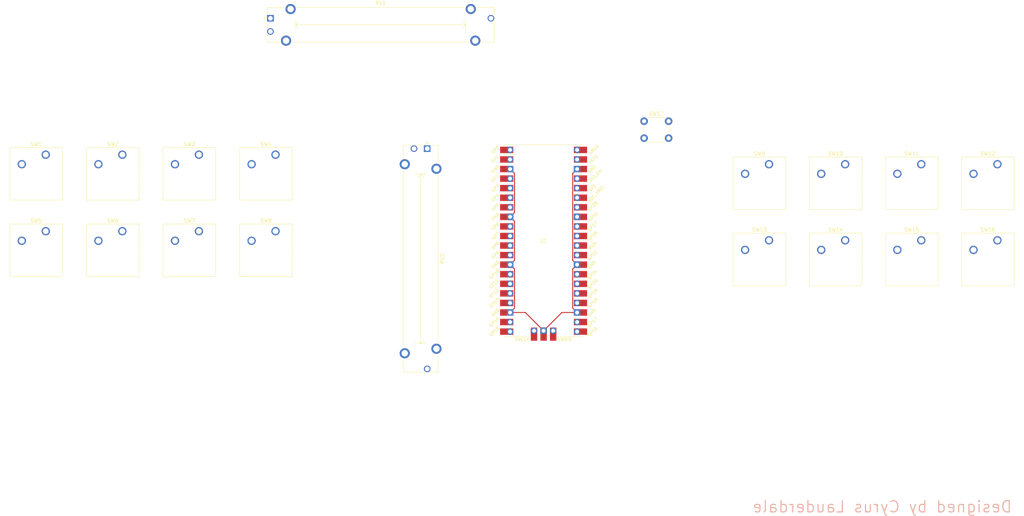
<source format=kicad_pcb>
(kicad_pcb (version 20221018) (generator pcbnew)
  (title_block (title "5431 Button Board") (rev "3"))
  (layers (0 "F.Cu" signal) (31 "B.Cu" signal) (34 "B.Paste" user) (35 "F.Paste" user) (36 "B.SilkS" user "B.Silkscreen") (37 "F.SilkS" user "F.Silkscreen") (38 "B.Mask" user) (39 "F.Mask" user) (44 "Edge.Cuts" user))
  (net 0 "")
  (net 1 "GND")
  (net 2 "Sw4")
  (net 3 "Sw1")
  (net 4 "Sw2")
  (net 5 "Sw3")
  (net 6 "Sw5")
  (net 7 "Sw6")
  (net 8 "Sw7")
  (net 9 "Sw8")
  (net 10 "Sw9")
  (net 11 "Sw10")
  (net 12 "Sw11")
  (net 13 "Sw12")
  (net 14 "Sw13")
  (net 15 "Sw14")
  (net 23 "+3V3")
  (net 24 "Net-(U2-CH0)")
  (net 25 "Reset")
  (net 31 "Net-(U2-CH1)")
  (net 37 "Sw15")
  (net 38 "Sw16")
  (footprint "Button_Switch_Keyboard:SW_Cherry_MX_1.00u_PCB" (layer "F.Cu") (at 85.09 86.36)
    (fp_text reference "SW8" (at -2.54 -2.794) (layer "F.SilkS"))
    (fp_text value "SW_DIP_x01")
    (fp_line (start -9.525 -1.905) (end 4.445 -1.905) (stroke (width 0.12)) (layer "F.SilkS"))
    (fp_line (start -9.525 12.065) (end -9.525 -1.905) (stroke (width 0.12)) (layer "F.SilkS"))
    (fp_line (start 4.445 -1.905) (end 4.445 12.065) (stroke (width 0.12)) (layer "F.SilkS"))
    (fp_line (start 4.445 12.065) (end -9.525 12.065) (stroke (width 0.12)) (layer "F.SilkS"))
    (pad "" np_thru_hole circle (at -7.62 5.08) (size 1.7 1.7) (drill 1.7) (layers "*.Cu" "*.Mask"))
    (pad "" np_thru_hole circle (at -2.54 5.08) (size 4 4) (drill 4) (layers "*.Cu" "*.Mask"))
    (pad "" np_thru_hole circle (at 2.54 5.08) (size 1.7 1.7) (drill 1.7) (layers "*.Cu" "*.Mask"))
    (pad "1" thru_hole circle (at 0 0) (size 2.2 2.2) (drill 1.5) (layers "*.Cu" "*.Mask") (net 1 "GND"))
    (pad "2" thru_hole circle (at -6.35 2.54) (size 2.2 2.2) (drill 1.5) (layers "*.Cu" "*.Mask") (net 9 "Sw8"))
  )
  (footprint "Button_Switch_Keyboard:SW_Cherry_MX_1.00u_PCB" (layer "F.Cu") (at 276.62 68.58)
    (fp_text reference "SW12" (at -2.54 -2.794) (layer "F.SilkS"))
    (fp_text value "SW_DIP_x01")
    (fp_line (start -9.525 -1.905) (end 4.445 -1.905) (stroke (width 0.12)) (layer "F.SilkS"))
    (fp_line (start -9.525 12.065) (end -9.525 -1.905) (stroke (width 0.12)) (layer "F.SilkS"))
    (fp_line (start 4.445 -1.905) (end 4.445 12.065) (stroke (width 0.12)) (layer "F.SilkS"))
    (fp_line (start 4.445 12.065) (end -9.525 12.065) (stroke (width 0.12)) (layer "F.SilkS"))
    (pad "" np_thru_hole circle (at -7.62 5.08) (size 1.7 1.7) (drill 1.7) (layers "*.Cu" "*.Mask"))
    (pad "" np_thru_hole circle (at -2.54 5.08) (size 4 4) (drill 4) (layers "*.Cu" "*.Mask"))
    (pad "" np_thru_hole circle (at 2.54 5.08) (size 1.7 1.7) (drill 1.7) (layers "*.Cu" "*.Mask"))
    (pad "1" thru_hole circle (at 0 0) (size 2.2 2.2) (drill 1.5) (layers "*.Cu" "*.Mask") (net 1 "GND"))
    (pad "2" thru_hole circle (at -6.35 2.54) (size 2.2 2.2) (drill 1.5) (layers "*.Cu" "*.Mask") (net 13 "Sw12"))
  )
  (footprint "Button_Switch_Keyboard:SW_Cherry_MX_1.00u_PCB" (layer "F.Cu") (at 64.77 86.36)
    (fp_text reference "SW7" (at -2.54 -2.794) (layer "F.SilkS"))
    (fp_text value "SW_DIP_x01")
    (fp_line (start -9.525 -1.905) (end 4.445 -1.905) (stroke (width 0.12)) (layer "F.SilkS"))
    (fp_line (start -9.525 12.065) (end -9.525 -1.905) (stroke (width 0.12)) (layer "F.SilkS"))
    (fp_line (start 4.445 -1.905) (end 4.445 12.065) (stroke (width 0.12)) (layer "F.SilkS"))
    (fp_line (start 4.445 12.065) (end -9.525 12.065) (stroke (width 0.12)) (layer "F.SilkS"))
    (pad "" np_thru_hole circle (at -7.62 5.08) (size 1.7 1.7) (drill 1.7) (layers "*.Cu" "*.Mask"))
    (pad "" np_thru_hole circle (at -2.54 5.08) (size 4 4) (drill 4) (layers "*.Cu" "*.Mask"))
    (pad "" np_thru_hole circle (at 2.54 5.08) (size 1.7 1.7) (drill 1.7) (layers "*.Cu" "*.Mask"))
    (pad "1" thru_hole circle (at 0 0) (size 2.2 2.2) (drill 1.5) (layers "*.Cu" "*.Mask") (net 1 "GND"))
    (pad "2" thru_hole circle (at -6.35 2.54) (size 2.2 2.2) (drill 1.5) (layers "*.Cu" "*.Mask") (net 8 "Sw7"))
  )
  (footprint "Button_Switch_Keyboard:SW_Cherry_MX_1.00u_PCB" (layer "F.Cu") (at 256.42 88.78)
    (fp_text reference "SW15" (at -2.54 -2.794) (layer "F.SilkS"))
    (fp_text value "SW_DIP_x01")
    (fp_line (start -9.525 -1.905) (end 4.445 -1.905) (stroke (width 0.12)) (layer "F.SilkS"))
    (fp_line (start -9.525 12.065) (end -9.525 -1.905) (stroke (width 0.12)) (layer "F.SilkS"))
    (fp_line (start 4.445 -1.905) (end 4.445 12.065) (stroke (width 0.12)) (layer "F.SilkS"))
    (fp_line (start 4.445 12.065) (end -9.525 12.065) (stroke (width 0.12)) (layer "F.SilkS"))
    (pad "" np_thru_hole circle (at -7.62 5.08) (size 1.7 1.7) (drill 1.7) (layers "*.Cu" "*.Mask"))
    (pad "" np_thru_hole circle (at -2.54 5.08) (size 4 4) (drill 4) (layers "*.Cu" "*.Mask"))
    (pad "" np_thru_hole circle (at 2.54 5.08) (size 1.7 1.7) (drill 1.7) (layers "*.Cu" "*.Mask"))
    (pad "1" thru_hole circle (at 0 0) (size 2.2 2.2) (drill 1.5) (layers "*.Cu" "*.Mask") (net 1 "GND"))
    (pad "2" thru_hole circle (at -6.35 2.54) (size 2.2 2.2) (drill 1.5) (layers "*.Cu" "*.Mask") (net 37 "Sw15"))
  )
  (footprint "MCU_RaspberryPi_and_Boards:RPi_Pico_SMD_TH" (layer "F.Cu") (at 156.21 88.9)
    (fp_text reference "U1" (at 0 0) (layer "F.SilkS"))
    (fp_text value "Pico")
    (fp_text user "GP12" (at -13.2 13.97 45) (layer "F.SilkS") (effects (font (size 0.8 0.8))))
    (fp_text user "GP17" (at 13.054 21.59 45) (layer "F.SilkS") (effects (font (size 0.8 0.8))))
    (fp_text user "VSYS" (at 13.2 -21.59 45) (layer "F.SilkS") (effects (font (size 0.8 0.8))))
    (fp_text user "GND" (at 12.8 19.05 45) (layer "F.SilkS") (effects (font (size 0.8 0.8))))
    (fp_text user "GP27" (at 13.054 -3.8 45) (layer "F.SilkS") (effects (font (size 0.8 0.8))))
    (fp_text user "GP26" (at 13.054 -1.27 45) (layer "F.SilkS") (effects (font (size 0.8 0.8))))
    (fp_text user "GP13" (at -13.054 16.51 45) (layer "F.SilkS") (effects (font (size 0.8 0.8))))
    (fp_text user "GND" (at -12.8 6.35 45) (layer "F.SilkS") (effects (font (size 0.8 0.8))))
    (fp_text user "ADC_VREF" (at 14 -12.5 45) (layer "F.SilkS") (effects (font (size 0.8 0.8))))
    (fp_text user "GND" (at -12.8 -19.05 45) (layer "F.SilkS") (effects (font (size 0.8 0.8))))
    (fp_text user "GP15" (at -13.054 24.13 45) (layer "F.SilkS") (effects (font (size 0.8 0.8))))
    (fp_text user "GND" (at -12.8 -6.35 45) (layer "F.SilkS") (effects (font (size 0.8 0.8))))
    (fp_text user "GP21" (at 13.054 8.9 45) (layer "F.SilkS") (effects (font (size 0.8 0.8))))
    (fp_text user "GP22" (at 13.054 3.81 45) (layer "F.SilkS") (effects (font (size 0.8 0.8))))
    (fp_text user "GP18" (at 13.054 16.51 45) (layer "F.SilkS") (effects (font (size 0.8 0.8))))
    (fp_text user "GP16" (at 13.054 24.13 45) (layer "F.SilkS") (effects (font (size 0.8 0.8))))
    (fp_text user "GP6" (at -12.8 -3.81 45) (layer "F.SilkS") (effects (font (size 0.8 0.8))))
    (fp_text user "GP20" (at 13.054 11.43 45) (layer "F.SilkS") (effects (font (size 0.8 0.8))))
    (fp_text user "GP1" (at -12.9 -21.6 45) (layer "F.SilkS") (effects (font (size 0.8 0.8))))
    (fp_text user "VBUS" (at 13.3 -24.2 45) (layer "F.SilkS") (effects (font (size 0.8 0.8))))
    (fp_text user "GP19" (at 13.054 13.97 45) (layer "F.SilkS") (effects (font (size 0.8 0.8))))
    (fp_text user "3V3_EN" (at 13.7 -17.2 45) (layer "F.SilkS") (effects (font (size 0.8 0.8))))
    (fp_text user "GP2" (at -12.9 -16.51 45) (layer "F.SilkS") (effects (font (size 0.8 0.8))))
    (fp_text user "GP7" (at -12.7 -1.3 45) (layer "F.SilkS") (effects (font (size 0.8 0.8))))
    (fp_text user "GP28" (at 13.054 -9.144 45) (layer "F.SilkS") (effects (font (size 0.8 0.8))))
    (fp_text user "SWDIO" (at 5.6 26.2) (layer "F.SilkS") (effects (font (size 0.8 0.8))))
    (fp_text user "GP9" (at -12.8 3.81 45) (layer "F.SilkS") (effects (font (size 0.8 0.8))))
    (fp_text user "GP8" (at -12.8 1.27 45) (layer "F.SilkS") (effects (font (size 0.8 0.8))))
    (fp_text user "GP3" (at -12.8 -13.97 45) (layer "F.SilkS") (effects (font (size 0.8 0.8))))
    (fp_text user "GP10" (at -13.054 8.89 45) (layer "F.SilkS") (effects (font (size 0.8 0.8))))
    (fp_text user "GP5" (at -12.8 -8.89 45) (layer "F.SilkS") (effects (font (size 0.8 0.8))))
    (fp_text user "GP11" (at -13.2 11.43 45) (layer "F.SilkS") (effects (font (size 0.8 0.8))))
    (fp_text user "GP14" (at -13.1 21.59 45) (layer "F.SilkS") (effects (font (size 0.8 0.8))))
    (fp_text user "GP0" (at -12.8 -24.13 45) (layer "F.SilkS") (effects (font (size 0.8 0.8))))
    (fp_text user "RUN" (at 13 1.27 45) (layer "F.SilkS") (effects (font (size 0.8 0.8))))
    (fp_text user "GND" (at -12.8 19.05 45) (layer "F.SilkS") (effects (font (size 0.8 0.8))))
    (fp_text user "GND" (at 12.8 6.35 45) (layer "F.SilkS") (effects (font (size 0.8 0.8))))
    (fp_text user "GND" (at 12.8 -19.05 45) (layer "F.SilkS") (effects (font (size 0.8 0.8))))
    (fp_text user "GP4" (at -12.8 -11.43 45) (layer "F.SilkS") (effects (font (size 0.8 0.8))))
    (fp_text user "SWCLK" (at -5.7 26.2) (layer "F.SilkS") (effects (font (size 0.8 0.8))))
    (fp_text user "AGND" (at 13.054 -6.35 45) (layer "F.SilkS") (effects (font (size 0.8 0.8))))
    (fp_text user "3V3" (at 12.9 -13.9 45) (layer "F.SilkS") (effects (font (size 0.8 0.8))))
    (fp_line (start -10.5 -25.5) (end -10.5 -25.2) (stroke (width 0.12)) (layer "F.SilkS"))
    (fp_line (start -10.5 -25.5) (end 10.5 -25.5) (stroke (width 0.12)) (layer "F.SilkS"))
    (fp_line (start -10.5 -23.1) (end -10.5 -22.7) (stroke (width 0.12)) (layer "F.SilkS"))
    (fp_line (start -10.5 -22.833) (end -7.493 -22.833) (stroke (width 0.12)) (layer "F.SilkS"))
    (fp_line (start -10.5 -20.5) (end -10.5 -20.1) (stroke (width 0.12)) (layer "F.SilkS"))
    (fp_line (start -10.5 -18) (end -10.5 -17.6) (stroke (width 0.12)) (layer "F.SilkS"))
    (fp_line (start -10.5 -15.4) (end -10.5 -15) (stroke (width 0.12)) (layer "F.SilkS"))
    (fp_line (start -10.5 -12.9) (end -10.5 -12.5) (stroke (width 0.12)) (layer "F.SilkS"))
    (fp_line (start -10.5 -10.4) (end -10.5 -10) (stroke (width 0.12)) (layer "F.SilkS"))
    (fp_line (start -10.5 -7.8) (end -10.5 -7.4) (stroke (width 0.12)) (layer "F.SilkS"))
    (fp_line (start -10.5 -5.3) (end -10.5 -4.9) (stroke (width 0.12)) (layer "F.SilkS"))
    (fp_line (start -10.5 -2.7) (end -10.5 -2.3) (stroke (width 0.12)) (layer "F.SilkS"))
    (fp_line (start -10.5 -0.2) (end -10.5 0.2) (stroke (width 0.12)) (layer "F.SilkS"))
    (fp_line (start -10.5 2.3) (end -10.5 2.7) (stroke (width 0.12)) (layer "F.SilkS"))
    (fp_line (start -10.5 4.9) (end -10.5 5.3) (stroke (width 0.12)) (layer "F.SilkS"))
    (fp_line (start -10.5 7.4) (end -10.5 7.8) (stroke (width 0.12)) (layer "F.SilkS"))
    (fp_line (start -10.5 10) (end -10.5 10.4) (stroke (width 0.12)) (layer "F.SilkS"))
    (fp_line (start -10.5 12.5) (end -10.5 12.9) (stroke (width 0.12)) (layer "F.SilkS"))
    (fp_line (start -10.5 15.1) (end -10.5 15.5) (stroke (width 0.12)) (layer "F.SilkS"))
    (fp_line (start -10.5 17.6) (end -10.5 18) (stroke (width 0.12)) (layer "F.SilkS"))
    (fp_line (start -10.5 20.1) (end -10.5 20.5) (stroke (width 0.12)) (layer "F.SilkS"))
    (fp_line (start -10.5 22.7) (end -10.5 23.1) (stroke (width 0.12)) (layer "F.SilkS"))
    (fp_line (start -7.493 -22.833) (end -7.493 -25.5) (stroke (width 0.12)) (layer "F.SilkS"))
    (fp_line (start -3.7 25.5) (end -10.5 25.5) (stroke (width 0.12)) (layer "F.SilkS"))
    (fp_line (start -1.5 25.5) (end -1.1 25.5) (stroke (width 0.12)) (layer "F.SilkS"))
    (fp_line (start 1.1 25.5) (end 1.5 25.5) (stroke (width 0.12)) (layer "F.SilkS"))
    (fp_line (start 10.5 -25.5) (end 10.5 -25.2) (stroke (width 0.12)) (layer "F.SilkS"))
    (fp_line (start 10.5 -23.1) (end 10.5 -22.7) (stroke (width 0.12)) (layer "F.SilkS"))
    (fp_line (start 10.5 -20.5) (end 10.5 -20.1) (stroke (width 0.12)) (layer "F.SilkS"))
    (fp_line (start 10.5 -18) (end 10.5 -17.6) (stroke (width 0.12)) (layer "F.SilkS"))
    (fp_line (start 10.5 -15.4) (end 10.5 -15) (stroke (width 0.12)) (layer "F.SilkS"))
    (fp_line (start 10.5 -12.9) (end 10.5 -12.5) (stroke (width 0.12)) (layer "F.SilkS"))
    (fp_line (start 10.5 -10.4) (end 10.5 -10) (stroke (width 0.12)) (layer "F.SilkS"))
    (fp_line (start 10.5 -7.8) (end 10.5 -7.4) (stroke (width 0.12)) (layer "F.SilkS"))
    (fp_line (start 10.5 -5.3) (end 10.5 -4.9) (stroke (width 0.12)) (layer "F.SilkS"))
    (fp_line (start 10.5 -2.7) (end 10.5 -2.3) (stroke (width 0.12)) (layer "F.SilkS"))
    (fp_line (start 10.5 -0.2) (end 10.5 0.2) (stroke (width 0.12)) (layer "F.SilkS"))
    (fp_line (start 10.5 2.3) (end 10.5 2.7) (stroke (width 0.12)) (layer "F.SilkS"))
    (fp_line (start 10.5 4.9) (end 10.5 5.3) (stroke (width 0.12)) (layer "F.SilkS"))
    (fp_line (start 10.5 7.4) (end 10.5 7.8) (stroke (width 0.12)) (layer "F.SilkS"))
    (fp_line (start 10.5 10) (end 10.5 10.4) (stroke (width 0.12)) (layer "F.SilkS"))
    (fp_line (start 10.5 12.5) (end 10.5 12.9) (stroke (width 0.12)) (layer "F.SilkS"))
    (fp_line (start 10.5 15.1) (end 10.5 15.5) (stroke (width 0.12)) (layer "F.SilkS"))
    (fp_line (start 10.5 17.6) (end 10.5 18) (stroke (width 0.12)) (layer "F.SilkS"))
    (fp_line (start 10.5 20.1) (end 10.5 20.5) (stroke (width 0.12)) (layer "F.SilkS"))
    (fp_line (start 10.5 22.7) (end 10.5 23.1) (stroke (width 0.12)) (layer "F.SilkS"))
    (fp_line (start 10.5 25.5) (end 3.7 25.5) (stroke (width 0.12)) (layer "F.SilkS"))
    (pad "" np_thru_hole oval (at -2.725 -24) (size 1.8 1.8) (drill 1.8) (layers "*.Cu" "*.Mask"))
    (pad "" np_thru_hole oval (at -2.425 -20.97) (size 1.5 1.5) (drill 1.5) (layers "*.Cu" "*.Mask"))
    (pad "" np_thru_hole oval (at 2.425 -20.97) (size 1.5 1.5) (drill 1.5) (layers "*.Cu" "*.Mask"))
    (pad "" np_thru_hole oval (at 2.725 -24) (size 1.8 1.8) (drill 1.8) (layers "*.Cu" "*.Mask"))
    (pad "1" thru_hole oval (at -8.89 -24.13) (size 1.7 1.7) (drill 1.02) (layers "*.Cu" "*.Mask") (net 3 "Sw1"))
    (pad "1" smd rect (at -8.89 -24.13) (size 3.5 1.7) (drill (offset -0.9 0)) (layers "F.Cu" "F.Mask") (net 3 "Sw1"))
    (pad "2" thru_hole oval (at -8.89 -21.59) (size 1.7 1.7) (drill 1.02) (layers "*.Cu" "*.Mask") (net 4 "Sw2"))
    (pad "2" smd rect (at -8.89 -21.59) (size 3.5 1.7) (drill (offset -0.9 0)) (layers "F.Cu" "F.Mask") (net 4 "Sw2"))
    (pad "3" thru_hole rect (at -8.89 -19.05) (size 1.7 1.7) (drill 1.02) (layers "*.Cu" "*.Mask") (net 1 "GND"))
    (pad "3" smd rect (at -8.89 -19.05) (size 3.5 1.7) (drill (offset -0.9 0)) (layers "F.Cu" "F.Mask") (net 1 "GND"))
    (pad "4" thru_hole oval (at -8.89 -16.51) (size 1.7 1.7) (drill 1.02) (layers "*.Cu" "*.Mask") (net 5 "Sw3"))
    (pad "4" smd rect (at -8.89 -16.51) (size 3.5 1.7) (drill (offset -0.9 0)) (layers "F.Cu" "F.Mask") (net 5 "Sw3"))
    (pad "5" thru_hole oval (at -8.89 -13.97) (size 1.7 1.7) (drill 1.02) (layers "*.Cu" "*.Mask") (net 2 "Sw4"))
    (pad "5" smd rect (at -8.89 -13.97) (size 3.5 1.7) (drill (offset -0.9 0)) (layers "F.Cu" "F.Mask") (net 2 "Sw4"))
    (pad "6" thru_hole oval (at -8.89 -11.43) (size 1.7 1.7) (drill 1.02) (layers "*.Cu" "*.Mask") (net 6 "Sw5"))
    (pad "6" smd rect (at -8.89 -11.43) (size 3.5 1.7) (drill (offset -0.9 0)) (layers "F.Cu" "F.Mask") (net 6 "Sw5"))
    (pad "7" thru_hole oval (at -8.89 -8.89) (size 1.7 1.7) (drill 1.02) (layers "*.Cu" "*.Mask") (net 7 "Sw6"))
    (pad "7" smd rect (at -8.89 -8.89) (size 3.5 1.7) (drill (offset -0.9 0)) (layers "F.Cu" "F.Mask") (net 7 "Sw6"))
    (pad "8" thru_hole rect (at -8.89 -6.35) (size 1.7 1.7) (drill 1.02) (layers "*.Cu" "*.Mask") (net 1 "GND"))
    (pad "8" smd rect (at -8.89 -6.35) (size 3.5 1.7) (drill (offset -0.9 0)) (layers "F.Cu" "F.Mask") (net 1 "GND"))
    (pad "9" thru_hole oval (at -8.89 -3.81) (size 1.7 1.7) (drill 1.02) (layers "*.Cu" "*.Mask") (net 8 "Sw7"))
    (pad "9" smd rect (at -8.89 -3.81) (size 3.5 1.7) (drill (offset -0.9 0)) (layers "F.Cu" "F.Mask") (net 8 "Sw7"))
    (pad "10" thru_hole oval (at -8.89 -1.27) (size 1.7 1.7) (drill 1.02) (layers "*.Cu" "*.Mask") (net 9 "Sw8"))
    (pad "10" smd rect (at -8.89 -1.27) (size 3.5 1.7) (drill (offset -0.9 0)) (layers "F.Cu" "F.Mask") (net 9 "Sw8"))
    (pad "11" thru_hole oval (at -8.89 1.27) (size 1.7 1.7) (drill 1.02) (layers "*.Cu" "*.Mask"))
    (pad "11" smd rect (at -8.89 1.27) (size 3.5 1.7) (drill (offset -0.9 0)) (layers "F.Cu" "F.Mask"))
    (pad "12" thru_hole oval (at -8.89 3.81) (size 1.7 1.7) (drill 1.02) (layers "*.Cu" "*.Mask"))
    (pad "12" smd rect (at -8.89 3.81) (size 3.5 1.7) (drill (offset -0.9 0)) (layers "F.Cu" "F.Mask"))
    (pad "13" thru_hole rect (at -8.89 6.35) (size 1.7 1.7) (drill 1.02) (layers "*.Cu" "*.Mask") (net 1 "GND"))
    (pad "13" smd rect (at -8.89 6.35) (size 3.5 1.7) (drill (offset -0.9 0)) (layers "F.Cu" "F.Mask") (net 1 "GND"))
    (pad "14" thru_hole oval (at -8.89 8.89) (size 1.7 1.7) (drill 1.02) (layers "*.Cu" "*.Mask"))
    (pad "14" smd rect (at -8.89 8.89) (size 3.5 1.7) (drill (offset -0.9 0)) (layers "F.Cu" "F.Mask"))
    (pad "15" thru_hole oval (at -8.89 11.43) (size 1.7 1.7) (drill 1.02) (layers "*.Cu" "*.Mask"))
    (pad "15" smd rect (at -8.89 11.43) (size 3.5 1.7) (drill (offset -0.9 0)) (layers "F.Cu" "F.Mask"))
    (pad "16" thru_hole oval (at -8.89 13.97) (size 1.7 1.7) (drill 1.02) (layers "*.Cu" "*.Mask"))
    (pad "16" smd rect (at -8.89 13.97) (size 3.5 1.7) (drill (offset -0.9 0)) (layers "F.Cu" "F.Mask"))
    (pad "17" thru_hole oval (at -8.89 16.51) (size 1.7 1.7) (drill 1.02) (layers "*.Cu" "*.Mask"))
    (pad "17" smd rect (at -8.89 16.51) (size 3.5 1.7) (drill (offset -0.9 0)) (layers "F.Cu" "F.Mask"))
    (pad "18" thru_hole rect (at -8.89 19.05) (size 1.7 1.7) (drill 1.02) (layers "*.Cu" "*.Mask") (net 1 "GND"))
    (pad "18" smd rect (at -8.89 19.05) (size 3.5 1.7) (drill (offset -0.9 0)) (layers "F.Cu" "F.Mask") (net 1 "GND"))
    (pad "19" thru_hole oval (at -8.89 21.59) (size 1.7 1.7) (drill 1.02) (layers "*.Cu" "*.Mask"))
    (pad "19" smd rect (at -8.89 21.59) (size 3.5 1.7) (drill (offset -0.9 0)) (layers "F.Cu" "F.Mask"))
    (pad "20" thru_hole oval (at -8.89 24.13) (size 1.7 1.7) (drill 1.02) (layers "*.Cu" "*.Mask") (net 38 "Sw16"))
    (pad "20" smd rect (at -8.89 24.13) (size 3.5 1.7) (drill (offset -0.9 0)) (layers "F.Cu" "F.Mask") (net 38 "Sw16"))
    (pad "21" thru_hole oval (at 8.89 24.13) (size 1.7 1.7) (drill 1.02) (layers "*.Cu" "*.Mask") (net 37 "Sw15"))
    (pad "21" smd rect (at 8.89 24.13) (size 3.5 1.7) (drill (offset 0.9 0)) (layers "F.Cu" "F.Mask") (net 37 "Sw15"))
    (pad "22" thru_hole oval (at 8.89 21.59) (size 1.7 1.7) (drill 1.02) (layers "*.Cu" "*.Mask") (net 15 "Sw14"))
    (pad "22" smd rect (at 8.89 21.59) (size 3.5 1.7) (drill (offset 0.9 0)) (layers "F.Cu" "F.Mask") (net 15 "Sw14"))
    (pad "23" thru_hole rect (at 8.89 19.05) (size 1.7 1.7) (drill 1.02) (layers "*.Cu" "*.Mask") (net 1 "GND"))
    (pad "23" smd rect (at 8.89 19.05) (size 3.5 1.7) (drill (offset 0.9 0)) (layers "F.Cu" "F.Mask") (net 1 "GND"))
    (pad "24" thru_hole oval (at 8.89 16.51) (size 1.7 1.7) (drill 1.02) (layers "*.Cu" "*.Mask") (net 14 "Sw13"))
    (pad "24" smd rect (at 8.89 16.51) (size 3.5 1.7) (drill (offset 0.9 0)) (layers "F.Cu" "F.Mask") (net 14 "Sw13"))
    (pad "25" thru_hole oval (at 8.89 13.97) (size 1.7 1.7) (drill 1.02) (layers "*.Cu" "*.Mask") (net 13 "Sw12"))
    (pad "25" smd rect (at 8.89 13.97) (size 3.5 1.7) (drill (offset 0.9 0)) (layers "F.Cu" "F.Mask") (net 13 "Sw12"))
    (pad "26" thru_hole oval (at 8.89 11.43) (size 1.7 1.7) (drill 1.02) (layers "*.Cu" "*.Mask") (net 12 "Sw11"))
    (pad "26" smd rect (at 8.89 11.43) (size 3.5 1.7) (drill (offset 0.9 0)) (layers "F.Cu" "F.Mask") (net 12 "Sw11"))
    (pad "27" thru_hole oval (at 8.89 8.89) (size 1.7 1.7) (drill 1.02) (layers "*.Cu" "*.Mask") (net 11 "Sw10"))
    (pad "27" smd rect (at 8.89 8.89) (size 3.5 1.7) (drill (offset 0.9 0)) (layers "F.Cu" "F.Mask") (net 11 "Sw10"))
    (pad "28" thru_hole rect (at 8.89 6.35) (size 1.7 1.7) (drill 1.02) (layers "*.Cu" "*.Mask") (net 1 "GND"))
    (pad "28" smd rect (at 8.89 6.35) (size 3.5 1.7) (drill (offset 0.9 0)) (layers "F.Cu" "F.Mask") (net 1 "GND"))
    (pad "29" thru_hole oval (at 8.89 3.81) (size 1.7 1.7) (drill 1.02) (layers "*.Cu" "*.Mask") (net 10 "Sw9"))
    (pad "29" smd rect (at 8.89 3.81) (size 3.5 1.7) (drill (offset 0.9 0)) (layers "F.Cu" "F.Mask") (net 10 "Sw9"))
    (pad "30" thru_hole oval (at 8.89 1.27) (size 1.7 1.7) (drill 1.02) (layers "*.Cu" "*.Mask") (net 25 "Reset"))
    (pad "30" smd rect (at 8.89 1.27) (size 3.5 1.7) (drill (offset 0.9 0)) (layers "F.Cu" "F.Mask") (net 25 "Reset"))
    (pad "31" thru_hole oval (at 8.89 -1.27) (size 1.7 1.7) (drill 1.02) (layers "*.Cu" "*.Mask"))
    (pad "31" smd rect (at 8.89 -1.27) (size 3.5 1.7) (drill (offset 0.9 0)) (layers "F.Cu" "F.Mask"))
    (pad "32" thru_hole oval (at 8.89 -3.81) (size 1.7 1.7) (drill 1.02) (layers "*.Cu" "*.Mask"))
    (pad "32" smd rect (at 8.89 -3.81) (size 3.5 1.7) (drill (offset 0.9 0)) (layers "F.Cu" "F.Mask"))
    (pad "33" thru_hole rect (at 8.89 -6.35) (size 1.7 1.7) (drill 1.02) (layers "*.Cu" "*.Mask"))
    (pad "33" smd rect (at 8.89 -6.35) (size 3.5 1.7) (drill (offset 0.9 0)) (layers "F.Cu" "F.Mask"))
    (pad "34" thru_hole oval (at 8.89 -8.89) (size 1.7 1.7) (drill 1.02) (layers "*.Cu" "*.Mask"))
    (pad "34" smd rect (at 8.89 -8.89) (size 3.5 1.7) (drill (offset 0.9 0)) (layers "F.Cu" "F.Mask"))
    (pad "35" thru_hole oval (at 8.89 -11.43) (size 1.7 1.7) (drill 1.02) (layers "*.Cu" "*.Mask"))
    (pad "35" smd rect (at 8.89 -11.43) (size 3.5 1.7) (drill (offset 0.9 0)) (layers "F.Cu" "F.Mask"))
    (pad "36" thru_hole oval (at 8.89 -13.97) (size 1.7 1.7) (drill 1.02) (layers "*.Cu" "*.Mask") (net 23 "+3V3"))
    (pad "36" smd rect (at 8.89 -13.97) (size 3.5 1.7) (drill (offset 0.9 0)) (layers "F.Cu" "F.Mask") (net 23 "+3V3"))
    (pad "37" thru_hole oval (at 8.89 -16.51) (size 1.7 1.7) (drill 1.02) (layers "*.Cu" "*.Mask"))
    (pad "37" smd rect (at 8.89 -16.51) (size 3.5 1.7) (drill (offset 0.9 0)) (layers "F.Cu" "F.Mask"))
    (pad "38" thru_hole rect (at 8.89 -19.05) (size 1.7 1.7) (drill 1.02) (layers "*.Cu" "*.Mask") (net 1 "GND"))
    (pad "38" smd rect (at 8.89 -19.05) (size 3.5 1.7) (drill (offset 0.9 0)) (layers "F.Cu" "F.Mask") (net 1 "GND"))
    (pad "39" thru_hole oval (at 8.89 -21.59) (size 1.7 1.7) (drill 1.02) (layers "*.Cu" "*.Mask"))
    (pad "39" smd rect (at 8.89 -21.59) (size 3.5 1.7) (drill (offset 0.9 0)) (layers "F.Cu" "F.Mask"))
    (pad "40" thru_hole oval (at 8.89 -24.13) (size 1.7 1.7) (drill 1.02) (layers "*.Cu" "*.Mask"))
    (pad "40" smd rect (at 8.89 -24.13) (size 3.5 1.7) (drill (offset 0.9 0)) (layers "F.Cu" "F.Mask"))
    (pad "41" thru_hole oval (at -2.54 23.9) (size 1.7 1.7) (drill 1.02) (layers "*.Cu" "*.Mask"))
    (pad "41" smd rect (at -2.54 23.9 90) (size 3.5 1.7) (drill (offset -0.9 0)) (layers "F.Cu" "F.Mask"))
    (pad "42" thru_hole rect (at 0 23.9) (size 1.7 1.7) (drill 1.02) (layers "*.Cu" "*.Mask") (net 1 "GND"))
    (pad "42" smd rect (at 0 23.9 90) (size 3.5 1.7) (drill (offset -0.9 0)) (layers "F.Cu" "F.Mask") (net 1 "GND"))
    (pad "43" thru_hole oval (at 2.54 23.9) (size 1.7 1.7) (drill 1.02) (layers "*.Cu" "*.Mask"))
    (pad "43" smd rect (at 2.54 23.9 90) (size 3.5 1.7) (drill (offset -0.9 0)) (layers "F.Cu" "F.Mask"))
  )
  (footprint "Potentiometer_THT:Potentiometer_Bourns_PTA4543_Single_Slide" (layer "F.Cu") (at 83.74 29.81)
    (fp_text reference "RV1" (at 29.25 -4) (layer "F.SilkS"))
    (fp_text value "R_Potentiometer_US")
    (fp_line (start -1.675 -0.5) (end -1.675 0.5) (stroke (width 0.12)) (layer "F.SilkS"))
    (fp_line (start -1.675 0.5) (end -1.175 0) (stroke (width 0.12)) (layer "F.SilkS"))
    (fp_line (start -1.175 0) (end -1.675 -0.5) (stroke (width 0.12)) (layer "F.SilkS"))
    (fp_line (start -0.87 -2.87) (end -0.87 -1.175) (stroke (width 0.12)) (layer "F.SilkS"))
    (fp_line (start -0.87 -2.87) (end 3.715 -2.87) (stroke (width 0.12)) (layer "F.SilkS"))
    (fp_line (start -0.87 1.175) (end -0.87 2.678) (stroke (width 0.12)) (layer "F.SilkS"))
    (fp_line (start -0.87 4.323) (end -0.87 6.37) (stroke (width 0.12)) (layer "F.SilkS"))
    (fp_line (start -0.87 6.37) (end 2.515 6.37) (stroke (width 0.12)) (layer "F.SilkS"))
    (fp_line (start 5.786 6.37) (end 52.715 6.37) (stroke (width 0.12)) (layer "F.SilkS"))
    (fp_line (start 6.75 0.25) (end 6.75 3.25) (stroke (width 0.12)) (layer "F.SilkS"))
    (fp_line (start 6.75 1.75) (end 7.5 2.5) (stroke (width 0.12)) (layer "F.SilkS"))
    (fp_line (start 6.75 1.75) (end 51.75 1.75) (stroke (width 0.12)) (layer "F.SilkS"))
    (fp_line (start 6.986 -2.87) (end 51.515 -2.87) (stroke (width 0.12)) (layer "F.SilkS"))
    (fp_line (start 7.5 1) (end 6.75 1.75) (stroke (width 0.12)) (layer "F.SilkS"))
    (fp_line (start 51 1) (end 51.75 1.75) (stroke (width 0.12)) (layer "F.SilkS"))
    (fp_line (start 51.75 0.25) (end 51.75 3.25) (stroke (width 0.12)) (layer "F.SilkS"))
    (fp_line (start 51.75 1.75) (end 51 2.5) (stroke (width 0.12)) (layer "F.SilkS"))
    (fp_line (start 54.786 -2.87) (end 59.37 -2.87) (stroke (width 0.12)) (layer "F.SilkS"))
    (fp_line (start 55.986 6.37) (end 59.37 6.37) (stroke (width 0.12)) (layer "F.SilkS"))
    (fp_line (start 59.37 -2.87) (end 59.37 -0.823) (stroke (width 0.12)) (layer "F.SilkS"))
    (fp_line (start 59.37 0.823) (end 59.37 6.37) (stroke (width 0.12)) (layer "F.SilkS"))
    (pad "1" thru_hole rect (at 0 0) (size 1.75 1.75) (drill 1.2) (layers "*.Cu" "*.Mask") (net 23 "+3V3"))
    (pad "2" thru_hole circle (at 0 3.5) (size 1.75 1.75) (drill 1.2) (layers "*.Cu" "*.Mask") (net 24 "Net-(U2-CH0)"))
    (pad "3" thru_hole circle (at 58.5 0) (size 1.75 1.75) (drill 1.2) (layers "*.Cu" "*.Mask") (net 1 "GND"))
    (pad "MP" thru_hole circle (at 4.15 5.95) (size 2.7 2.7) (drill 1.7) (layers "*.Cu" "*.Mask"))
    (pad "MP" thru_hole circle (at 5.35 -2.45) (size 2.7 2.7) (drill 1.7) (layers "*.Cu" "*.Mask"))
    (pad "MP" thru_hole circle (at 53.15 -2.45) (size 2.7 2.7) (drill 1.7) (layers "*.Cu" "*.Mask"))
    (pad "MP" thru_hole circle (at 54.35 5.95) (size 2.7 2.7) (drill 1.7) (layers "*.Cu" "*.Mask"))
  )
  (footprint "Button_Switch_THT:SW_PUSH_6mm" (layer "F.Cu") (at 182.88 57.15)
    (fp_text reference "SW17" (at 3.25 -2) (layer "F.SilkS"))
    (fp_text value "SW_DIP_x01")
    (fp_line (start -0.25 1.5) (end -0.25 3) (stroke (width 0.12)) (layer "F.SilkS"))
    (fp_line (start 1 5.5) (end 5.5 5.5) (stroke (width 0.12)) (layer "F.SilkS"))
    (fp_line (start 5.5 -1) (end 1 -1) (stroke (width 0.12)) (layer "F.SilkS"))
    (fp_line (start 6.75 3) (end 6.75 1.5) (stroke (width 0.12)) (layer "F.SilkS"))
    (pad "1" thru_hole circle (at 0 0 90) (size 2 2) (drill 1.1) (layers "*.Cu" "*.Mask") (net 1 "GND"))
    (pad "1" thru_hole circle (at 6.5 0 90) (size 2 2) (drill 1.1) (layers "*.Cu" "*.Mask") (net 1 "GND"))
    (pad "2" thru_hole circle (at 0 4.5 90) (size 2 2) (drill 1.1) (layers "*.Cu" "*.Mask") (net 25 "Reset"))
    (pad "2" thru_hole circle (at 6.5 4.5 90) (size 2 2) (drill 1.1) (layers "*.Cu" "*.Mask") (net 25 "Reset"))
  )
  (footprint "Button_Switch_Keyboard:SW_Cherry_MX_1.00u_PCB" (layer "F.Cu") (at 236.22 88.78)
    (fp_text reference "SW14" (at -2.54 -2.794) (layer "F.SilkS"))
    (fp_text value "SW_DIP_x01")
    (fp_line (start -9.525 -1.905) (end 4.445 -1.905) (stroke (width 0.12)) (layer "F.SilkS"))
    (fp_line (start -9.525 12.065) (end -9.525 -1.905) (stroke (width 0.12)) (layer "F.SilkS"))
    (fp_line (start 4.445 -1.905) (end 4.445 12.065) (stroke (width 0.12)) (layer "F.SilkS"))
    (fp_line (start 4.445 12.065) (end -9.525 12.065) (stroke (width 0.12)) (layer "F.SilkS"))
    (pad "" np_thru_hole circle (at -7.62 5.08) (size 1.7 1.7) (drill 1.7) (layers "*.Cu" "*.Mask"))
    (pad "" np_thru_hole circle (at -2.54 5.08) (size 4 4) (drill 4) (layers "*.Cu" "*.Mask"))
    (pad "" np_thru_hole circle (at 2.54 5.08) (size 1.7 1.7) (drill 1.7) (layers "*.Cu" "*.Mask"))
    (pad "1" thru_hole circle (at 0 0) (size 2.2 2.2) (drill 1.5) (layers "*.Cu" "*.Mask") (net 1 "GND"))
    (pad "2" thru_hole circle (at -6.35 2.54) (size 2.2 2.2) (drill 1.5) (layers "*.Cu" "*.Mask") (net 15 "Sw14"))
  )
  (footprint "Potentiometer_THT:Potentiometer_Bourns_PTA4543_Single_Slide" (layer "F.Cu") (at 125.33 64.43 -90)
    (fp_text reference "RV2" (at 29.25 -4 90) (layer "F.SilkS"))
    (fp_text value "R_Potentiometer_US")
    (fp_line (start -1.675 -0.5) (end -1.675 0.5) (stroke (width 0.12)) (layer "F.SilkS"))
    (fp_line (start -1.675 0.5) (end -1.175 0) (stroke (width 0.12)) (layer "F.SilkS"))
    (fp_line (start -1.175 0) (end -1.675 -0.5) (stroke (width 0.12)) (layer "F.SilkS"))
    (fp_line (start -0.87 -2.87) (end -0.87 -1.175) (stroke (width 0.12)) (layer "F.SilkS"))
    (fp_line (start -0.87 -2.87) (end 3.715 -2.87) (stroke (width 0.12)) (layer "F.SilkS"))
    (fp_line (start -0.87 1.175) (end -0.87 2.678) (stroke (width 0.12)) (layer "F.SilkS"))
    (fp_line (start -0.87 4.323) (end -0.87 6.37) (stroke (width 0.12)) (layer "F.SilkS"))
    (fp_line (start -0.87 6.37) (end 2.515 6.37) (stroke (width 0.12)) (layer "F.SilkS"))
    (fp_line (start 5.786 6.37) (end 52.715 6.37) (stroke (width 0.12)) (layer "F.SilkS"))
    (fp_line (start 6.75 0.25) (end 6.75 3.25) (stroke (width 0.12)) (layer "F.SilkS"))
    (fp_line (start 6.75 1.75) (end 7.5 2.5) (stroke (width 0.12)) (layer "F.SilkS"))
    (fp_line (start 6.75 1.75) (end 51.75 1.75) (stroke (width 0.12)) (layer "F.SilkS"))
    (fp_line (start 6.986 -2.87) (end 51.515 -2.87) (stroke (width 0.12)) (layer "F.SilkS"))
    (fp_line (start 7.5 1) (end 6.75 1.75) (stroke (width 0.12)) (layer "F.SilkS"))
    (fp_line (start 51 1) (end 51.75 1.75) (stroke (width 0.12)) (layer "F.SilkS"))
    (fp_line (start 51.75 0.25) (end 51.75 3.25) (stroke (width 0.12)) (layer "F.SilkS"))
    (fp_line (start 51.75 1.75) (end 51 2.5) (stroke (width 0.12)) (layer "F.SilkS"))
    (fp_line (start 54.786 -2.87) (end 59.37 -2.87) (stroke (width 0.12)) (layer "F.SilkS"))
    (fp_line (start 55.986 6.37) (end 59.37 6.37) (stroke (width 0.12)) (layer "F.SilkS"))
    (fp_line (start 59.37 -2.87) (end 59.37 -0.823) (stroke (width 0.12)) (layer "F.SilkS"))
    (fp_line (start 59.37 0.823) (end 59.37 6.37) (stroke (width 0.12)) (layer "F.SilkS"))
    (pad "1" thru_hole rect (at 0 0 270) (size 1.75 1.75) (drill 1.2) (layers "*.Cu" "*.Mask") (net 23 "+3V3"))
    (pad "2" thru_hole circle (at 0 3.5 270) (size 1.75 1.75) (drill 1.2) (layers "*.Cu" "*.Mask") (net 31 "Net-(U2-CH1)"))
    (pad "3" thru_hole circle (at 58.5 0 270) (size 1.75 1.75) (drill 1.2) (layers "*.Cu" "*.Mask") (net 1 "GND"))
    (pad "MP" thru_hole circle (at 4.15 5.95 270) (size 2.7 2.7) (drill 1.7) (layers "*.Cu" "*.Mask"))
    (pad "MP" thru_hole circle (at 5.35 -2.45 270) (size 2.7 2.7) (drill 1.7) (layers "*.Cu" "*.Mask"))
    (pad "MP" thru_hole circle (at 53.15 -2.45 270) (size 2.7 2.7) (drill 1.7) (layers "*.Cu" "*.Mask"))
    (pad "MP" thru_hole circle (at 54.35 5.95 270) (size 2.7 2.7) (drill 1.7) (layers "*.Cu" "*.Mask"))
  )
  (footprint "Button_Switch_Keyboard:SW_Cherry_MX_1.00u_PCB" (layer "F.Cu") (at 236.22 68.58)
    (fp_text reference "SW10" (at -2.54 -2.794) (layer "F.SilkS"))
    (fp_text value "SW_DIP_x01")
    (fp_line (start -9.525 -1.905) (end 4.445 -1.905) (stroke (width 0.12)) (layer "F.SilkS"))
    (fp_line (start -9.525 12.065) (end -9.525 -1.905) (stroke (width 0.12)) (layer "F.SilkS"))
    (fp_line (start 4.445 -1.905) (end 4.445 12.065) (stroke (width 0.12)) (layer "F.SilkS"))
    (fp_line (start 4.445 12.065) (end -9.525 12.065) (stroke (width 0.12)) (layer "F.SilkS"))
    (pad "" np_thru_hole circle (at -7.62 5.08) (size 1.7 1.7) (drill 1.7) (layers "*.Cu" "*.Mask"))
    (pad "" np_thru_hole circle (at -2.54 5.08) (size 4 4) (drill 4) (layers "*.Cu" "*.Mask"))
    (pad "" np_thru_hole circle (at 2.54 5.08) (size 1.7 1.7) (drill 1.7) (layers "*.Cu" "*.Mask"))
    (pad "1" thru_hole circle (at 0 0) (size 2.2 2.2) (drill 1.5) (layers "*.Cu" "*.Mask") (net 1 "GND"))
    (pad "2" thru_hole circle (at -6.35 2.54) (size 2.2 2.2) (drill 1.5) (layers "*.Cu" "*.Mask") (net 11 "Sw10"))
  )
  (footprint "Button_Switch_Keyboard:SW_Cherry_MX_1.00u_PCB" (layer "F.Cu") (at 64.77 66.04)
    (fp_text reference "SW3" (at -2.54 -2.794) (layer "F.SilkS"))
    (fp_text value "SW_DIP_x01")
    (fp_line (start -9.525 -1.905) (end 4.445 -1.905) (stroke (width 0.12)) (layer "F.SilkS"))
    (fp_line (start -9.525 12.065) (end -9.525 -1.905) (stroke (width 0.12)) (layer "F.SilkS"))
    (fp_line (start 4.445 -1.905) (end 4.445 12.065) (stroke (width 0.12)) (layer "F.SilkS"))
    (fp_line (start 4.445 12.065) (end -9.525 12.065) (stroke (width 0.12)) (layer "F.SilkS"))
    (pad "" np_thru_hole circle (at -7.62 5.08) (size 1.7 1.7) (drill 1.7) (layers "*.Cu" "*.Mask"))
    (pad "" np_thru_hole circle (at -2.54 5.08) (size 4 4) (drill 4) (layers "*.Cu" "*.Mask"))
    (pad "" np_thru_hole circle (at 2.54 5.08) (size 1.7 1.7) (drill 1.7) (layers "*.Cu" "*.Mask"))
    (pad "1" thru_hole circle (at 0 0) (size 2.2 2.2) (drill 1.5) (layers "*.Cu" "*.Mask") (net 1 "GND"))
    (pad "2" thru_hole circle (at -6.35 2.54) (size 2.2 2.2) (drill 1.5) (layers "*.Cu" "*.Mask") (net 5 "Sw3"))
  )
  (footprint "Button_Switch_Keyboard:SW_Cherry_MX_1.00u_PCB" (layer "F.Cu") (at 24.13 86.36)
    (fp_text reference "SW5" (at -2.54 -2.794) (layer "F.SilkS"))
    (fp_text value "SW_DIP_x01")
    (fp_line (start -9.525 -1.905) (end 4.445 -1.905) (stroke (width 0.12)) (layer "F.SilkS"))
    (fp_line (start -9.525 12.065) (end -9.525 -1.905) (stroke (width 0.12)) (layer "F.SilkS"))
    (fp_line (start 4.445 -1.905) (end 4.445 12.065) (stroke (width 0.12)) (layer "F.SilkS"))
    (fp_line (start 4.445 12.065) (end -9.525 12.065) (stroke (width 0.12)) (layer "F.SilkS"))
    (pad "" np_thru_hole circle (at -7.62 5.08) (size 1.7 1.7) (drill 1.7) (layers "*.Cu" "*.Mask"))
    (pad "" np_thru_hole circle (at -2.54 5.08) (size 4 4) (drill 4) (layers "*.Cu" "*.Mask"))
    (pad "" np_thru_hole circle (at 2.54 5.08) (size 1.7 1.7) (drill 1.7) (layers "*.Cu" "*.Mask"))
    (pad "1" thru_hole circle (at 0 0) (size 2.2 2.2) (drill 1.5) (layers "*.Cu" "*.Mask") (net 1 "GND"))
    (pad "2" thru_hole circle (at -6.35 2.54) (size 2.2 2.2) (drill 1.5) (layers "*.Cu" "*.Mask") (net 6 "Sw5"))
  )
  (footprint "Button_Switch_Keyboard:SW_Cherry_MX_1.00u_PCB" (layer "F.Cu") (at 24.13 66.04)
    (fp_text reference "SW1" (at -2.54 -2.794) (layer "F.SilkS"))
    (fp_text value "SW_DIP_x01")
    (fp_line (start -9.525 -1.905) (end 4.445 -1.905) (stroke (width 0.12)) (layer "F.SilkS"))
    (fp_line (start -9.525 12.065) (end -9.525 -1.905) (stroke (width 0.12)) (layer "F.SilkS"))
    (fp_line (start 4.445 -1.905) (end 4.445 12.065) (stroke (width 0.12)) (layer "F.SilkS"))
    (fp_line (start 4.445 12.065) (end -9.525 12.065) (stroke (width 0.12)) (layer "F.SilkS"))
    (pad "" np_thru_hole circle (at -7.62 5.08) (size 1.7 1.7) (drill 1.7) (layers "*.Cu" "*.Mask"))
    (pad "" np_thru_hole circle (at -2.54 5.08) (size 4 4) (drill 4) (layers "*.Cu" "*.Mask"))
    (pad "" np_thru_hole circle (at 2.54 5.08) (size 1.7 1.7) (drill 1.7) (layers "*.Cu" "*.Mask"))
    (pad "1" thru_hole circle (at 0 0) (size 2.2 2.2) (drill 1.5) (layers "*.Cu" "*.Mask") (net 1 "GND"))
    (pad "2" thru_hole circle (at -6.35 2.54) (size 2.2 2.2) (drill 1.5) (layers "*.Cu" "*.Mask") (net 3 "Sw1"))
  )
  (footprint "Button_Switch_Keyboard:SW_Cherry_MX_1.00u_PCB" (layer "F.Cu") (at 256.42 68.58)
    (fp_text reference "SW11" (at -2.54 -2.794) (layer "F.SilkS"))
    (fp_text value "SW_DIP_x01")
    (fp_line (start -9.525 -1.905) (end 4.445 -1.905) (stroke (width 0.12)) (layer "F.SilkS"))
    (fp_line (start -9.525 12.065) (end -9.525 -1.905) (stroke (width 0.12)) (layer "F.SilkS"))
    (fp_line (start 4.445 -1.905) (end 4.445 12.065) (stroke (width 0.12)) (layer "F.SilkS"))
    (fp_line (start 4.445 12.065) (end -9.525 12.065) (stroke (width 0.12)) (layer "F.SilkS"))
    (pad "" np_thru_hole circle (at -7.62 5.08) (size 1.7 1.7) (drill 1.7) (layers "*.Cu" "*.Mask"))
    (pad "" np_thru_hole circle (at -2.54 5.08) (size 4 4) (drill 4) (layers "*.Cu" "*.Mask"))
    (pad "" np_thru_hole circle (at 2.54 5.08) (size 1.7 1.7) (drill 1.7) (layers "*.Cu" "*.Mask"))
    (pad "1" thru_hole circle (at 0 0) (size 2.2 2.2) (drill 1.5) (layers "*.Cu" "*.Mask") (net 1 "GND"))
    (pad "2" thru_hole circle (at -6.35 2.54) (size 2.2 2.2) (drill 1.5) (layers "*.Cu" "*.Mask") (net 12 "Sw11"))
  )
  (footprint "Button_Switch_Keyboard:SW_Cherry_MX_1.00u_PCB" (layer "F.Cu") (at 276.62 88.78)
    (fp_text reference "SW16" (at -2.54 -2.794) (layer "F.SilkS"))
    (fp_text value "SW_DIP_x01")
    (fp_line (start -9.525 -1.905) (end 4.445 -1.905) (stroke (width 0.12)) (layer "F.SilkS"))
    (fp_line (start -9.525 12.065) (end -9.525 -1.905) (stroke (width 0.12)) (layer "F.SilkS"))
    (fp_line (start 4.445 -1.905) (end 4.445 12.065) (stroke (width 0.12)) (layer "F.SilkS"))
    (fp_line (start 4.445 12.065) (end -9.525 12.065) (stroke (width 0.12)) (layer "F.SilkS"))
    (pad "" np_thru_hole circle (at -7.62 5.08) (size 1.7 1.7) (drill 1.7) (layers "*.Cu" "*.Mask"))
    (pad "" np_thru_hole circle (at -2.54 5.08) (size 4 4) (drill 4) (layers "*.Cu" "*.Mask"))
    (pad "" np_thru_hole circle (at 2.54 5.08) (size 1.7 1.7) (drill 1.7) (layers "*.Cu" "*.Mask"))
    (pad "1" thru_hole circle (at 0 0) (size 2.2 2.2) (drill 1.5) (layers "*.Cu" "*.Mask") (net 1 "GND"))
    (pad "2" thru_hole circle (at -6.35 2.54) (size 2.2 2.2) (drill 1.5) (layers "*.Cu" "*.Mask") (net 38 "Sw16"))
  )
  (footprint "Button_Switch_Keyboard:SW_Cherry_MX_1.00u_PCB" (layer "F.Cu") (at 44.45 86.36)
    (fp_text reference "SW6" (at -2.54 -2.794) (layer "F.SilkS"))
    (fp_text value "SW_DIP_x01")
    (fp_line (start -9.525 -1.905) (end 4.445 -1.905) (stroke (width 0.12)) (layer "F.SilkS"))
    (fp_line (start -9.525 12.065) (end -9.525 -1.905) (stroke (width 0.12)) (layer "F.SilkS"))
    (fp_line (start 4.445 -1.905) (end 4.445 12.065) (stroke (width 0.12)) (layer "F.SilkS"))
    (fp_line (start 4.445 12.065) (end -9.525 12.065) (stroke (width 0.12)) (layer "F.SilkS"))
    (pad "" np_thru_hole circle (at -7.62 5.08) (size 1.7 1.7) (drill 1.7) (layers "*.Cu" "*.Mask"))
    (pad "" np_thru_hole circle (at -2.54 5.08) (size 4 4) (drill 4) (layers "*.Cu" "*.Mask"))
    (pad "" np_thru_hole circle (at 2.54 5.08) (size 1.7 1.7) (drill 1.7) (layers "*.Cu" "*.Mask"))
    (pad "1" thru_hole circle (at 0 0) (size 2.2 2.2) (drill 1.5) (layers "*.Cu" "*.Mask") (net 1 "GND"))
    (pad "2" thru_hole circle (at -6.35 2.54) (size 2.2 2.2) (drill 1.5) (layers "*.Cu" "*.Mask") (net 7 "Sw6"))
  )
  (footprint "Button_Switch_Keyboard:SW_Cherry_MX_1.00u_PCB" (layer "F.Cu") (at 85.09 66.04)
    (fp_text reference "SW4" (at -2.54 -2.794) (layer "F.SilkS"))
    (fp_text value "SW_DIP_x01")
    (fp_line (start -9.525 -1.905) (end 4.445 -1.905) (stroke (width 0.12)) (layer "F.SilkS"))
    (fp_line (start -9.525 12.065) (end -9.525 -1.905) (stroke (width 0.12)) (layer "F.SilkS"))
    (fp_line (start 4.445 -1.905) (end 4.445 12.065) (stroke (width 0.12)) (layer "F.SilkS"))
    (fp_line (start 4.445 12.065) (end -9.525 12.065) (stroke (width 0.12)) (layer "F.SilkS"))
    (pad "" np_thru_hole circle (at -7.62 5.08) (size 1.7 1.7) (drill 1.7) (layers "*.Cu" "*.Mask"))
    (pad "" np_thru_hole circle (at -2.54 5.08) (size 4 4) (drill 4) (layers "*.Cu" "*.Mask"))
    (pad "" np_thru_hole circle (at 2.54 5.08) (size 1.7 1.7) (drill 1.7) (layers "*.Cu" "*.Mask"))
    (pad "1" thru_hole circle (at 0 0) (size 2.2 2.2) (drill 1.5) (layers "*.Cu" "*.Mask") (net 1 "GND"))
    (pad "2" thru_hole circle (at -6.35 2.54) (size 2.2 2.2) (drill 1.5) (layers "*.Cu" "*.Mask") (net 2 "Sw4"))
  )
  (footprint "Button_Switch_Keyboard:SW_Cherry_MX_1.00u_PCB" (layer "F.Cu") (at 216.02 88.78)
    (fp_text reference "SW13" (at -2.54 -2.794) (layer "F.SilkS"))
    (fp_text value "SW_DIP_x01")
    (fp_line (start -9.525 -1.905) (end 4.445 -1.905) (stroke (width 0.12)) (layer "F.SilkS"))
    (fp_line (start -9.525 12.065) (end -9.525 -1.905) (stroke (width 0.12)) (layer "F.SilkS"))
    (fp_line (start 4.445 -1.905) (end 4.445 12.065) (stroke (width 0.12)) (layer "F.SilkS"))
    (fp_line (start 4.445 12.065) (end -9.525 12.065) (stroke (width 0.12)) (layer "F.SilkS"))
    (pad "" np_thru_hole circle (at -7.62 5.08) (size 1.7 1.7) (drill 1.7) (layers "*.Cu" "*.Mask"))
    (pad "" np_thru_hole circle (at -2.54 5.08) (size 4 4) (drill 4) (layers "*.Cu" "*.Mask"))
    (pad "" np_thru_hole circle (at 2.54 5.08) (size 1.7 1.7) (drill 1.7) (layers "*.Cu" "*.Mask"))
    (pad "1" thru_hole circle (at 0 0) (size 2.2 2.2) (drill 1.5) (layers "*.Cu" "*.Mask") (net 1 "GND"))
    (pad "2" thru_hole circle (at -6.35 2.54) (size 2.2 2.2) (drill 1.5) (layers "*.Cu" "*.Mask") (net 14 "Sw13"))
  )
  (footprint "Button_Switch_Keyboard:SW_Cherry_MX_1.00u_PCB" (layer "F.Cu") (at 216.02 68.58)
    (fp_text reference "SW9" (at -2.54 -2.794) (layer "F.SilkS"))
    (fp_text value "SW_DIP_x01")
    (fp_line (start -9.525 -1.905) (end 4.445 -1.905) (stroke (width 0.12)) (layer "F.SilkS"))
    (fp_line (start -9.525 12.065) (end -9.525 -1.905) (stroke (width 0.12)) (layer "F.SilkS"))
    (fp_line (start 4.445 -1.905) (end 4.445 12.065) (stroke (width 0.12)) (layer "F.SilkS"))
    (fp_line (start 4.445 12.065) (end -9.525 12.065) (stroke (width 0.12)) (layer "F.SilkS"))
    (pad "" np_thru_hole circle (at -7.62 5.08) (size 1.7 1.7) (drill 1.7) (layers "*.Cu" "*.Mask"))
    (pad "" np_thru_hole circle (at -2.54 5.08) (size 4 4) (drill 4) (layers "*.Cu" "*.Mask"))
    (pad "" np_thru_hole circle (at 2.54 5.08) (size 1.7 1.7) (drill 1.7) (layers "*.Cu" "*.Mask"))
    (pad "1" thru_hole circle (at 0 0) (size 2.2 2.2) (drill 1.5) (layers "*.Cu" "*.Mask") (net 1 "GND"))
    (pad "2" thru_hole circle (at -6.35 2.54) (size 2.2 2.2) (drill 1.5) (layers "*.Cu" "*.Mask") (net 10 "Sw9"))
  )
  (footprint "Button_Switch_Keyboard:SW_Cherry_MX_1.00u_PCB" (layer "F.Cu") (at 44.45 66.04)
    (fp_text reference "SW2" (at -2.54 -2.794) (layer "F.SilkS"))
    (fp_text value "SW_DIP_x01")
    (fp_line (start -9.525 -1.905) (end 4.445 -1.905) (stroke (width 0.12)) (layer "F.SilkS"))
    (fp_line (start -9.525 12.065) (end -9.525 -1.905) (stroke (width 0.12)) (layer "F.SilkS"))
    (fp_line (start 4.445 -1.905) (end 4.445 12.065) (stroke (width 0.12)) (layer "F.SilkS"))
    (fp_line (start 4.445 12.065) (end -9.525 12.065) (stroke (width 0.12)) (layer "F.SilkS"))
    (pad "" np_thru_hole circle (at -7.62 5.08) (size 1.7 1.7) (drill 1.7) (layers "*.Cu" "*.Mask"))
    (pad "" np_thru_hole circle (at -2.54 5.08) (size 4 4) (drill 4) (layers "*.Cu" "*.Mask"))
    (pad "" np_thru_hole circle (at 2.54 5.08) (size 1.7 1.7) (drill 1.7) (layers "*.Cu" "*.Mask"))
    (pad "1" thru_hole circle (at 0 0) (size 2.2 2.2) (drill 1.5) (layers "*.Cu" "*.Mask") (net 1 "GND"))
    (pad "2" thru_hole circle (at -6.35 2.54) (size 2.2 2.2) (drill 1.5) (layers "*.Cu" "*.Mask") (net 4 "Sw2"))
  )
  (gr_text "Designed by Cyrus Lauderdale" (at 280.67 161.29) (layer "B.SilkS") (effects (font (size 3 3) (thickness 0.3)) (justify left bottom mirror)))
  (segment (start 163.925 106.775) (end 163.925 96.425) (width 0.25) (layer "F.Cu") (net 1))
  (segment (start 148.495 71.025) (end 148.495 81.375) (width 0.25) (layer "F.Cu") (net 1))
  (segment (start 165.1 107.95) (end 163.925 106.775) (width 0.25) (layer "F.Cu") (net 1))
  (segment (start 156.21 112.8) (end 161.06 107.95) (width 0.25) (layer "F.Cu") (net 1))
  (segment (start 163.925 96.425) (end 165.1 95.25) (width 0.25) (layer "F.Cu") (net 1))
  (segment (start 151.36 107.95) (end 156.21 112.8) (width 0.25) (layer "F.Cu") (net 1))
  (segment (start 147.32 69.85) (end 148.495 71.025) (width 0.25) (layer "F.Cu") (net 1))
  (segment (start 147.32 95.25) (end 148.495 96.425) (width 0.25) (layer "F.Cu") (net 1))
  (segment (start 147.32 82.55) (end 148.495 83.725) (width 0.25) (layer "F.Cu") (net 1))
  (segment (start 163.925 94.075) (end 163.925 71.025) (width 0.25) (layer "F.Cu") (net 1))
  (segment (start 165.1 95.25) (end 163.925 94.075) (width 0.25) (layer "F.Cu") (net 1))
  (segment (start 148.495 96.425) (end 148.495 106.775) (width 0.25) (layer "F.Cu") (net 1))
  (segment (start 148.495 83.725) (end 148.495 94.075) (width 0.25) (layer "F.Cu") (net 1))
  (segment (start 161.06 107.95) (end 165.1 107.95) (width 0.25) (layer "F.Cu") (net 1))
  (segment (start 148.495 81.375) (end 147.32 82.55) (width 0.25) (layer "F.Cu") (net 1))
  (segment (start 163.925 71.025) (end 165.1 69.85) (width 0.25) (layer "F.Cu") (net 1))
  (segment (start 148.495 94.075) (end 147.32 95.25) (width 0.25) (layer "F.Cu") (net 1))
  (segment (start 148.495 106.775) (end 147.32 107.95) (width 0.25) (layer "F.Cu") (net 1))
  (segment (start 147.32 107.95) (end 151.36 107.95) (width 0.25) (layer "F.Cu") (net 1))
)
</source>
